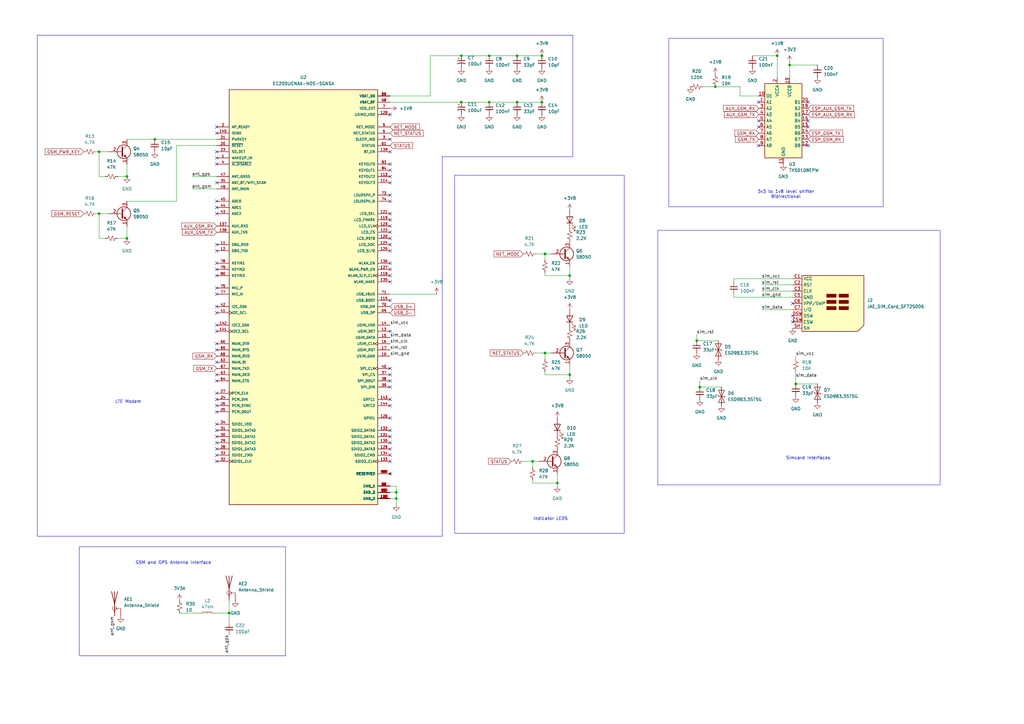
<source format=kicad_sch>
(kicad_sch (version 20231120) (generator "eeschema") (generator_version "8.0")
  (paper "A3")
  (lib_symbols
    (symbol "Connector:JAE_SIM_Card_SF72S006"
      (property "Reference" "J" (at 5.08 12.7 0))
      (property "Value" "JAE_SIM_Card_SF72S006" (at 30.48 12.7 0))
      (symbol "JAE_SIM_Card_SF72S006_1_1"
        (pin power_in line (at 0 10.16 0) (length 3.81) (name "VCC") (number "C1"))
        (pin input line (at 0 7.62 0) (length 3.81) (name "RST") (number "C2"))
        (pin input line (at 0 5.08 0) (length 3.81) (name "CLK") (number "C3"))
        (pin power_in line (at 0 2.54 0) (length 3.81) (name "GND") (number "C5"))
        (pin bidirectional line (at 0 0 0) (length 3.81) (name "VPP/SWP") (number "C6"))
        (pin bidirectional line (at 0 -2.54 0) (length 3.81) (name "I/O") (number "C7"))
        (pin passive line (at 0 -7.62 0) (length 3.81) (name "CSW") (number "CSW"))
        (pin passive line (at 0 -5.08 0) (length 3.81) (name "DSW") (number "DSW"))
        (pin passive line (at 0 -10.16 0) (length 3.81) (name "SH") (number "SH"))
      )
    )
    (symbol "Device:Antenna_Shield" (pin_numbers hide) (pin_names (offset 1.016) hide)
      (property "Reference" "AE" (at -1.905 4.445 0))
      (property "Value" "Antenna_Shield" (at -1.905 2.54 0))
      (symbol "Antenna_Shield_1_1"
        (pin input line (at 0 -5.08 90) (length 2.54) (name "A") (number "1"))
        (pin input line (at 2.54 -5.08 90) (length 2.54) (name "Shield") (number "2"))
      )
    )
    (symbol "Device:C_Polarized_Small_US" (pin_numbers hide) (pin_names (offset 0.254) hide)
      (property "Reference" "C" (at 0.254 1.778 0))
      (property "Value" "C_Polarized_Small_US" (at 0.254 -2.032 0))
      (symbol "C_Polarized_Small_US_1_1"
        (pin passive line (at 0 2.54 270) (length 2.032) (name "~") (number "1"))
        (pin passive line (at 0 -2.54 90) (length 2.032) (name "~") (number "2"))
      )
    )
    (symbol "Device:C_Small" (pin_numbers hide) (pin_names (offset 0.254) hide)
      (property "Reference" "C" (at 0.254 1.778 0))
      (property "Value" "C_Small" (at 0.254 -2.032 0))
      (symbol "C_Small_1_1"
        (pin passive line (at 0 2.54 270) (length 2.032) (name "~") (number "1"))
        (pin passive line (at 0 -2.54 90) (length 2.032) (name "~") (number "2"))
      )
    )
    (symbol "Device:LED" (pin_numbers hide) (pin_names (offset 1.016) hide)
      (property "Reference" "D" (at 0 2.54 0))
      (property "Value" "LED" (at 0 -2.54 0))
      (symbol "LED_1_1"
        (pin passive line (at -3.81 0 0) (length 2.54) (name "K") (number "1"))
        (pin passive line (at 3.81 0 180) (length 2.54) (name "A") (number "2"))
      )
    )
    (symbol "Device:L_Small" (pin_numbers hide) (pin_names (offset 0.254) hide)
      (property "Reference" "L" (at 0.762 1.016 0))
      (property "Value" "L_Small" (at 0.762 -1.016 0))
      (symbol "L_Small_1_1"
        (pin passive line (at 0 2.54 270) (length 0.508) (name "~") (number "1"))
        (pin passive line (at 0 -2.54 90) (length 0.508) (name "~") (number "2"))
      )
    )
    (symbol "Device:R_Small_US" (pin_numbers hide) (pin_names (offset 0.254) hide)
      (property "Reference" "R" (at 0.762 0.508 0))
      (property "Value" "R_Small_US" (at 0.762 -1.016 0))
      (symbol "R_Small_US_1_1"
        (pin passive line (at 0 2.54 270) (length 1.016) (name "~") (number "1"))
        (pin passive line (at 0 -2.54 90) (length 1.016) (name "~") (number "2"))
      )
    )
    (symbol "Diode:ESD9B3.3ST5G" (pin_numbers hide) (pin_names (offset 1.016) hide)
      (property "Reference" "D" (at 0 2.54 0))
      (property "Value" "ESD9B3.3ST5G" (at 0 -2.54 0))
      (symbol "ESD9B3.3ST5G_1_1"
        (pin passive line (at -3.81 0 0) (length 2.54) (name "A1") (number "1"))
        (pin passive line (at 3.81 0 180) (length 2.54) (name "A2") (number "2"))
      )
    )
    (symbol "EC200UCNAA-N05-SGNSA:EC200UCNAA-N05-SGNSA" (pin_names (offset 1.016))
      (property "Reference" "U" (at -30.48 87.63 0))
      (property "Value" "EC200UCNAA-N05-SGNSA" (at -30.48 -85.09 0))
      (symbol "EC200UCNAA-N05-SGNSA_0_0"
        (pin input line (at -35.56 58.42 0) (length 5.08) (name "WAKEUP_IN") (number "1"))
        (pin power_in line (at 35.56 -22.86 180) (length 5.08) (name "USIM_GND") (number "10"))
        (pin power_in line (at 35.56 -78.74 180) (length 5.08) (name "GND_2") (number "100"))
        (pin power_in line (at 35.56 -81.28 180) (length 5.08) (name "GND_3") (number "101"))
        (pin power_in line (at 35.56 -81.28 180) (length 5.08) (name "GND_3") (number "102"))
        (pin power_in line (at 35.56 -81.28 180) (length 5.08) (name "GND_3") (number "103"))
        (pin power_in line (at 35.56 -81.28 180) (length 5.08) (name "GND_3") (number "104"))
        (pin power_in line (at 35.56 -81.28 180) (length 5.08) (name "GND_3") (number "105"))
        (pin power_in line (at 35.56 -81.28 180) (length 5.08) (name "GND_3") (number "106"))
        (pin power_in line (at 35.56 -81.28 180) (length 5.08) (name "GND_3") (number "107"))
        (pin power_in line (at 35.56 -81.28 180) (length 5.08) (name "GND_3") (number "108"))
        (pin power_in line (at 35.56 -81.28 180) (length 5.08) (name "GND_3") (number "109"))
        (pin input line (at -35.56 22.86 0) (length 5.08) (name "DBG_RXD") (number "11"))
        (pin power_in line (at 35.56 -81.28 180) (length 5.08) (name "GND_3") (number "110"))
        (pin power_in line (at 35.56 -81.28 180) (length 5.08) (name "GND_3") (number "111"))
        (pin power_in line (at 35.56 -81.28 180) (length 5.08) (name "GND_3") (number "112"))
        (pin output line (at 35.56 50.8 180) (length 5.08) (name "KEYOUT2") (number "113"))
        (pin output line (at 35.56 48.26 180) (length 5.08) (name "KEYOUT3") (number "114"))
        (pin input line (at 35.56 0 180) (length 5.08) (name "USB_BOOT") (number "115"))
        (pin no_connect line (at 35.56 -71.12 180) (length 5.08) (name "RESERVED") (number "116"))
        (pin no_connect line (at 35.56 -71.12 180) (length 5.08) (name "RESERVED") (number "117"))
        (pin output clock (at 35.56 10.16 180) (length 5.08) (name "WLAN_SLP_CLK") (number "118"))
        (pin input line (at 35.56 33.02 180) (length 5.08) (name "LCD_FMARK") (number "119"))
        (pin output line (at -35.56 20.32 0) (length 5.08) (name "DBG_TXD") (number "12"))
        (pin output line (at 35.56 25.4 180) (length 5.08) (name "LCD_RSTB") (number "120"))
        (pin input line (at 35.56 35.56 180) (length 5.08) (name "LCD_SEL") (number "121"))
        (pin output line (at 35.56 27.94 180) (length 5.08) (name "LCD_CS") (number "122"))
        (pin output clock (at 35.56 30.48 180) (length 5.08) (name "LCD_CLK") (number "123"))
        (pin output line (at 35.56 22.86 180) (length 5.08) (name "LCD_SDC") (number "124"))
        (pin bidirectional line (at 35.56 20.32 180) (length 5.08) (name "LCD_SI/O") (number "125"))
        (pin bidirectional line (at 35.56 -48.26 180) (length 5.08) (name "GPIO1") (number "126"))
        (pin output line (at 35.56 12.7 180) (length 5.08) (name "WLAN_PWR_EN") (number "127"))
        (pin power_in line (at 35.56 76.2 180) (length 5.08) (name "USIM2_VDD") (number "128"))
        (pin bidirectional line (at 35.56 -60.96 180) (length 5.08) (name "SDIO2_DATA3") (number "129"))
        (pin input line (at 35.56 -12.7 180) (length 5.08) (name "USIM_DET") (number "13"))
        (pin bidirectional line (at 35.56 -58.42 180) (length 5.08) (name "SDIO2_DATA2") (number "130"))
        (pin bidirectional line (at 35.56 -55.88 180) (length 5.08) (name "SDIO2_DATA1") (number "131"))
        (pin bidirectional line (at 35.56 -53.34 180) (length 5.08) (name "SDIO2_DATA0") (number "132"))
        (pin output clock (at 35.56 -66.04 180) (length 5.08) (name "SDIO2_CLK") (number "133"))
        (pin output line (at 35.56 -63.5 180) (length 5.08) (name "SDIO2_CMD") (number "134"))
        (pin input line (at 35.56 7.62 180) (length 5.08) (name "WLAN_WAKE") (number "135"))
        (pin output line (at 35.56 15.24 180) (length 5.08) (name "WLAN_EN") (number "136"))
        (pin input line (at -35.56 30.48 0) (length 5.08) (name "AUX_RXD") (number "137"))
        (pin output line (at -35.56 27.94 0) (length 5.08) (name "AUX_TXD") (number "138"))
        (pin output line (at 35.56 60.96 180) (length 5.08) (name "BT_EN") (number "139"))
        (pin power_in line (at 35.56 -10.16 180) (length 5.08) (name "USIM_VDD") (number "14"))
        (pin input line (at -35.56 68.58 0) (length 5.08) (name "ISINK") (number "140"))
        (pin output clock (at -35.56 -12.7 0) (length 5.08) (name "I2C2_SCL") (number "141"))
        (pin bidirectional line (at -35.56 -10.16 0) (length 5.08) (name "I2C2_SDA") (number "142"))
        (pin output line (at 35.56 -40.64 180) (length 5.08) (name "GRFC1") (number "143"))
        (pin output line (at 35.56 -43.18 180) (length 5.08) (name "GRFC2") (number "144"))
        (pin bidirectional line (at 35.56 -15.24 180) (length 5.08) (name "USIM_DATA") (number "15"))
        (pin output clock (at 35.56 -17.78 180) (length 5.08) (name "USIM_CLK") (number "16"))
        (pin output line (at 35.56 -20.32 180) (length 5.08) (name "USIM_RST") (number "17"))
        (pin no_connect line (at 35.56 -71.12 180) (length 5.08) (name "RESERVED") (number "18"))
        (pin power_in line (at 35.56 -76.2 180) (length 5.08) (name "GND_1") (number "19"))
        (pin input line (at -35.56 71.12 0) (length 5.08) (name "AP_READY") (number "2"))
        (pin input line (at -35.56 63.5 0) (length 5.08) (name "~{RESET}") (number "20"))
        (pin input line (at -35.56 66.04 0) (length 5.08) (name "PWRKEY") (number "21"))
        (pin power_in line (at 35.56 -76.2 180) (length 5.08) (name "GND_1") (number "22"))
        (pin input line (at -35.56 60.96 0) (length 5.08) (name "SD_DET") (number "23"))
        (pin input line (at -35.56 -40.64 0) (length 5.08) (name "PCM_DIN") (number "24"))
        (pin output line (at -35.56 -45.72 0) (length 5.08) (name "PCM_DOUT") (number "25"))
        (pin input line (at -35.56 -43.18 0) (length 5.08) (name "PCM_SYNC") (number "26"))
        (pin input clock (at -35.56 -38.1 0) (length 5.08) (name "PCM_CLK") (number "27"))
        (pin bidirectional line (at -35.56 -60.96 0) (length 5.08) (name "SDIO1_DATA3") (number "28"))
        (pin bidirectional line (at -35.56 -58.42 0) (length 5.08) (name "SDIO1_DATA2") (number "29"))
        (pin output line (at 35.56 66.04 180) (length 5.08) (name "SLEEP_IND") (number "3"))
        (pin bidirectional line (at -35.56 -55.88 0) (length 5.08) (name "SDIO1_DATA1") (number "30"))
        (pin bidirectional line (at -35.56 -53.34 0) (length 5.08) (name "SDIO1_DATA0") (number "31"))
        (pin output clock (at -35.56 -66.04 0) (length 5.08) (name "SDIO1_CLK") (number "32"))
        (pin bidirectional line (at -35.56 -63.5 0) (length 5.08) (name "SDIO1_CMD") (number "33"))
        (pin power_in line (at -35.56 -50.8 0) (length 5.08) (name "SDIO1_VDD") (number "34"))
        (pin bidirectional line (at -35.56 48.26 0) (length 5.08) (name "ANT_BT/WIFI_SCAN") (number "35"))
        (pin power_in line (at 35.56 -76.2 180) (length 5.08) (name "GND_1") (number "36"))
        (pin output line (at 35.56 -30.48 180) (length 5.08) (name "SPI_CS") (number "37"))
        (pin output line (at 35.56 -33.02 180) (length 5.08) (name "SPI_DOUT") (number "38"))
        (pin input line (at 35.56 -35.56 180) (length 5.08) (name "SPI_DIN") (number "39"))
        (pin input line (at -35.56 55.88 0) (length 5.08) (name "~{W_DISABLE}") (number "4"))
        (pin output clock (at 35.56 -27.94 180) (length 5.08) (name "SPI_CLK") (number "40"))
        (pin output clock (at -35.56 -5.08 0) (length 5.08) (name "I2C_SCL") (number "41"))
        (pin bidirectional line (at -35.56 -2.54 0) (length 5.08) (name "I2C_SDA") (number "42"))
        (pin input line (at -35.56 35.56 0) (length 5.08) (name "ADC2") (number "43"))
        (pin input line (at -35.56 38.1 0) (length 5.08) (name "ADC1") (number "44"))
        (pin input line (at -35.56 40.64 0) (length 5.08) (name "ADC0") (number "45"))
        (pin power_in line (at 35.56 -76.2 180) (length 5.08) (name "GND_1") (number "46"))
        (pin input line (at -35.56 50.8 0) (length 5.08) (name "ANT_GNSS") (number "47"))
        (pin power_in line (at 35.56 -76.2 180) (length 5.08) (name "GND_1") (number "48"))
        (pin bidirectional line (at -35.56 45.72 0) (length 5.08) (name "ANT_MAIN") (number "49"))
        (pin output line (at 35.56 71.12 180) (length 5.08) (name "NET_MODE") (number "5"))
        (pin power_in line (at 35.56 -76.2 180) (length 5.08) (name "GND_1") (number "50"))
        (pin power_in line (at 35.56 -76.2 180) (length 5.08) (name "GND_1") (number "51"))
        (pin power_in line (at 35.56 -76.2 180) (length 5.08) (name "GND_1") (number "52"))
        (pin power_in line (at 35.56 -76.2 180) (length 5.08) (name "GND_1") (number "53"))
        (pin power_in line (at 35.56 -76.2 180) (length 5.08) (name "GND_1") (number "54"))
        (pin no_connect line (at 35.56 -71.12 180) (length 5.08) (name "RESERVED") (number "55"))
        (pin power_in line (at 35.56 -76.2 180) (length 5.08) (name "GND_1") (number "56"))
        (pin power_in line (at 35.56 81.28 180) (length 5.08) (name "VBAT_RF") (number "57"))
        (pin power_in line (at 35.56 81.28 180) (length 5.08) (name "VBAT_RF") (number "58"))
        (pin power_in line (at 35.56 83.82 180) (length 5.08) (name "VBAT_BB") (number "59"))
        (pin output line (at 35.56 68.58 180) (length 5.08) (name "NET_STATUS") (number "6"))
        (pin power_in line (at 35.56 83.82 180) (length 5.08) (name "VBAT_BB") (number "60"))
        (pin output line (at 35.56 63.5 180) (length 5.08) (name "STATUS") (number "61"))
        (pin output line (at -35.56 -25.4 0) (length 5.08) (name "MAIN_RI") (number "62"))
        (pin output line (at -35.56 -30.48 0) (length 5.08) (name "MAIN_DCD") (number "63"))
        (pin output line (at -35.56 -33.02 0) (length 5.08) (name "MAIN_CTS") (number "64"))
        (pin input line (at -35.56 -20.32 0) (length 5.08) (name "MAIN_RTS") (number "65"))
        (pin input line (at -35.56 -17.78 0) (length 5.08) (name "MAIN_DTR") (number "66"))
        (pin output line (at -35.56 -27.94 0) (length 5.08) (name "MAIN_TXD") (number "67"))
        (pin input line (at -35.56 -22.86 0) (length 5.08) (name "MAIN_RXD") (number "68"))
        (pin bidirectional line (at 35.56 -5.08 180) (length 5.08) (name "USB_DP") (number "69"))
        (pin power_in line (at 35.56 78.74 180) (length 5.08) (name "VDD_EXT") (number "7"))
        (pin bidirectional line (at 35.56 -2.54 180) (length 5.08) (name "USB_DM") (number "70"))
        (pin power_in line (at 35.56 2.54 180) (length 5.08) (name "USB_VBUS") (number "71"))
        (pin power_in line (at 35.56 -76.2 180) (length 5.08) (name "GND_1") (number "72"))
        (pin output line (at 35.56 43.18 180) (length 5.08) (name "LOUDSPK_P") (number "73"))
        (pin output line (at 35.56 40.64 180) (length 5.08) (name "LOUDSPK_N") (number "74"))
        (pin input line (at -35.56 5.08 0) (length 5.08) (name "MIC_P") (number "75"))
        (pin power_in line (at 35.56 -76.2 180) (length 5.08) (name "GND_1") (number "76"))
        (pin input line (at -35.56 2.54 0) (length 5.08) (name "MIC_N") (number "77"))
        (pin input line (at -35.56 15.24 0) (length 5.08) (name "KEYIN1") (number "78"))
        (pin input line (at -35.56 12.7 0) (length 5.08) (name "KEYIN2") (number "79"))
        (pin power_in line (at 35.56 -76.2 180) (length 5.08) (name "GND_1") (number "8"))
        (pin input line (at -35.56 10.16 0) (length 5.08) (name "KEYIN3") (number "80"))
        (pin no_connect line (at 35.56 -71.12 180) (length 5.08) (name "RESERVED") (number "81"))
        (pin no_connect line (at 35.56 -71.12 180) (length 5.08) (name "RESERVED") (number "82"))
        (pin output line (at 35.56 55.88 180) (length 5.08) (name "KEYOUT0") (number "83"))
        (pin output line (at 35.56 53.34 180) (length 5.08) (name "KEYOUT1") (number "84"))
        (pin power_in line (at 35.56 -78.74 180) (length 5.08) (name "GND_2") (number "85"))
        (pin power_in line (at 35.56 -78.74 180) (length 5.08) (name "GND_2") (number "86"))
        (pin power_in line (at 35.56 -78.74 180) (length 5.08) (name "GND_2") (number "87"))
        (pin power_in line (at 35.56 -78.74 180) (length 5.08) (name "GND_2") (number "88"))
        (pin power_in line (at 35.56 -78.74 180) (length 5.08) (name "GND_2") (number "89"))
        (pin power_in line (at 35.56 -76.2 180) (length 5.08) (name "GND_1") (number "9"))
        (pin power_in line (at 35.56 -78.74 180) (length 5.08) (name "GND_2") (number "90"))
        (pin power_in line (at 35.56 -78.74 180) (length 5.08) (name "GND_2") (number "91"))
        (pin power_in line (at 35.56 -78.74 180) (length 5.08) (name "GND_2") (number "92"))
        (pin power_in line (at 35.56 -78.74 180) (length 5.08) (name "GND_2") (number "93"))
        (pin power_in line (at 35.56 -78.74 180) (length 5.08) (name "GND_2") (number "94"))
        (pin power_in line (at 35.56 -78.74 180) (length 5.08) (name "GND_2") (number "95"))
        (pin power_in line (at 35.56 -78.74 180) (length 5.08) (name "GND_2") (number "96"))
        (pin power_in line (at 35.56 -78.74 180) (length 5.08) (name "GND_2") (number "97"))
        (pin power_in line (at 35.56 -78.74 180) (length 5.08) (name "GND_2") (number "98"))
        (pin power_in line (at 35.56 -78.74 180) (length 5.08) (name "GND_2") (number "99"))
      )
    )
    (symbol "Logic_LevelTranslator:TXS0108EPW"
      (property "Reference" "U" (at -6.35 16.51 0))
      (property "Value" "TXS0108EPW" (at 3.81 16.51 0))
      (symbol "TXS0108EPW_1_1"
        (pin bidirectional line (at -10.16 7.62 0) (length 2.54) (name "A1") (number "1"))
        (pin input line (at -10.16 10.16 0) (length 2.54) (name "OE") (number "10"))
        (pin power_in line (at 0 -17.78 90) (length 2.54) (name "GND") (number "11"))
        (pin bidirectional line (at 10.16 -10.16 180) (length 2.54) (name "B8") (number "12"))
        (pin bidirectional line (at 10.16 -7.62 180) (length 2.54) (name "B7") (number "13"))
        (pin bidirectional line (at 10.16 -5.08 180) (length 2.54) (name "B6") (number "14"))
        (pin bidirectional line (at 10.16 -2.54 180) (length 2.54) (name "B5") (number "15"))
        (pin bidirectional line (at 10.16 0 180) (length 2.54) (name "B4") (number "16"))
        (pin bidirectional line (at 10.16 2.54 180) (length 2.54) (name "B3") (number "17"))
        (pin bidirectional line (at 10.16 5.08 180) (length 2.54) (name "B2") (number "18"))
        (pin power_in line (at 2.54 17.78 270) (length 2.54) (name "VCCB") (number "19"))
        (pin power_in line (at -2.54 17.78 270) (length 2.54) (name "VCCA") (number "2"))
        (pin bidirectional line (at 10.16 7.62 180) (length 2.54) (name "B1") (number "20"))
        (pin bidirectional line (at -10.16 5.08 0) (length 2.54) (name "A2") (number "3"))
        (pin bidirectional line (at -10.16 2.54 0) (length 2.54) (name "A3") (number "4"))
        (pin bidirectional line (at -10.16 0 0) (length 2.54) (name "A4") (number "5"))
        (pin bidirectional line (at -10.16 -2.54 0) (length 2.54) (name "A5") (number "6"))
        (pin bidirectional line (at -10.16 -5.08 0) (length 2.54) (name "A6") (number "7"))
        (pin bidirectional line (at -10.16 -7.62 0) (length 2.54) (name "A7") (number "8"))
        (pin bidirectional line (at -10.16 -10.16 0) (length 2.54) (name "A8") (number "9"))
      )
    )
    (symbol "Transistor_BJT:S8050" (pin_names (offset 0) hide)
      (property "Reference" "Q" (at 5.08 1.905 0))
      (property "Value" "S8050" (at 5.08 0 0))
      (symbol "S8050_1_1"
        (pin passive line (at 2.54 -5.08 90) (length 2.54) (name "E") (number "1"))
        (pin input line (at -5.08 0 0) (length 5.08) (name "B") (number "2"))
        (pin passive line (at 2.54 5.08 270) (length 2.54) (name "C") (number "3"))
      )
    )
    (symbol "power:+1V8" (power) (pin_numbers hide) (pin_names (offset 0) hide)
      (property "Value" "+1V8" (at 0 3.556 0))
      (symbol "+1V8_1_1"
        (pin power_in line (at 0 0 90) (length 0) (name "~") (number "1"))
      )
    )
    (symbol "power:+3.3VA" (power) (pin_numbers hide) (pin_names (offset 0) hide)
      (property "Value" "+3.3VA" (at 0 3.556 0))
      (symbol "+3.3VA_1_1"
        (pin power_in line (at 0 0 90) (length 0) (name "~") (number "1"))
      )
    )
    (symbol "power:+3V3" (power) (pin_numbers hide) (pin_names (offset 0) hide)
      (property "Value" "+3V3" (at 0 3.556 0))
      (symbol "+3V3_1_1"
        (pin power_in line (at 0 0 90) (length 0) (name "~") (number "1"))
      )
    )
    (symbol "power:+3V8" (power) (pin_numbers hide) (pin_names (offset 0) hide)
      (property "Value" "+3V8" (at 0 3.556 0))
      (symbol "+3V8_1_1"
        (pin power_in line (at 0 0 90) (length 0) (name "~") (number "1"))
      )
    )
    (symbol "power:GND" (power) (pin_numbers hide) (pin_names (offset 0) hide)
      (property "Value" "GND" (at 0 -3.81 0))
      (symbol "GND_1_1"
        (pin power_in line (at 0 0 270) (length 0) (name "~") (number "1"))
      )
    )
  )
  (junction (at 293.37 35.56))
  (junction (at 93.98 251.46))
  (junction (at 218.44 189.23))
  (junction (at 162.56 201.93))
  (junction (at 285.75 139.7))
  (junction (at 162.56 204.47))
  (junction (at 287.02 158.75))
  (junction (at 52.07 97.79))
  (junction (at 326.39 157.48))
  (junction (at 233.68 113.03))
  (junction (at 323.85 26.67))
  (junction (at 233.68 153.67))
  (junction (at 222.25 41.91))
  (junction (at 228.6 198.12))
  (junction (at 40.64 87.63))
  (junction (at 212.09 41.91))
  (junction (at 318.77 22.86))
  (junction (at 63.5 57.15))
  (junction (at 52.07 72.39))
  (junction (at 189.23 41.91))
  (junction (at 189.23 22.86))
  (junction (at 212.09 22.86))
  (junction (at 223.52 144.78))
  (junction (at 40.64 62.23))
  (junction (at 200.66 41.91))
  (junction (at 222.25 22.86))
  (junction (at 200.66 22.86))
  (junction (at 223.52 104.14))
  (no_connect (at 88.9 52.07))
  (no_connect (at 160.02 62.23))
  (no_connect (at 88.9 153.67))
  (no_connect (at 160.02 158.75))
  (no_connect (at 325.12 132.08))
  (no_connect (at 160.02 113.03))
  (no_connect (at 88.9 140.97))
  (no_connect (at 160.02 171.45))
  (no_connect (at 160.02 102.87))
  (no_connect (at 88.9 189.23))
  (no_connect (at 88.9 176.53))
  (no_connect (at 88.9 62.23))
  (no_connect (at 88.9 125.73))
  (no_connect (at 160.02 100.33))
  (no_connect (at 160.02 156.21))
  (no_connect (at 88.9 54.61))
  (no_connect (at 160.02 97.79))
  (no_connect (at 160.02 107.95))
  (no_connect (at 88.9 102.87))
  (no_connect (at 88.9 87.63))
  (no_connect (at 160.02 179.07))
  (no_connect (at 160.02 92.71))
  (no_connect (at 160.02 69.85))
  (no_connect (at 88.9 133.35))
  (no_connect (at 88.9 113.03))
  (no_connect (at 160.02 151.13))
  (no_connect (at 88.9 148.59))
  (no_connect (at 88.9 82.55))
  (no_connect (at 160.02 74.93))
  (no_connect (at 160.02 163.83))
  (no_connect (at 88.9 110.49))
  (no_connect (at 88.9 184.15))
  (no_connect (at 88.9 186.69))
  (no_connect (at 160.02 153.67))
  (no_connect (at 160.02 72.39))
  (no_connect (at 331.47 41.91))
  (no_connect (at 88.9 156.21))
  (no_connect (at 88.9 120.65))
  (no_connect (at 160.02 57.15))
  (no_connect (at 88.9 74.93))
  (no_connect (at 160.02 123.19))
  (no_connect (at 88.9 64.77))
  (no_connect (at 88.9 100.33))
  (no_connect (at 160.02 67.31))
  (no_connect (at 160.02 176.53))
  (no_connect (at 160.02 181.61))
  (no_connect (at 331.47 59.69))
  (no_connect (at 160.02 82.55))
  (no_connect (at 88.9 163.83))
  (no_connect (at 160.02 135.89))
  (no_connect (at 331.47 49.53))
  (no_connect (at 88.9 67.31))
  (no_connect (at 88.9 85.09))
  (no_connect (at 88.9 173.99))
  (no_connect (at 325.12 124.46))
  (no_connect (at 160.02 46.99))
  (no_connect (at 160.02 95.25))
  (no_connect (at 88.9 143.51))
  (no_connect (at 160.02 80.01))
  (no_connect (at 160.02 184.15))
  (no_connect (at 311.15 52.07))
  (no_connect (at 160.02 186.69))
  (no_connect (at 88.9 168.91))
  (no_connect (at 160.02 115.57))
  (no_connect (at 88.9 161.29))
  (no_connect (at 311.15 41.91))
  (no_connect (at 160.02 87.63))
  (no_connect (at 160.02 189.23))
  (no_connect (at 311.15 49.53))
  (no_connect (at 88.9 118.11))
  (no_connect (at 88.9 128.27))
  (no_connect (at 88.9 166.37))
  (no_connect (at 331.47 52.07))
  (no_connect (at 88.9 179.07))
  (no_connect (at 160.02 110.49))
  (no_connect (at 325.12 129.54))
  (no_connect (at 88.9 135.89))
  (no_connect (at 160.02 166.37))
  (no_connect (at 88.9 107.95))
  (no_connect (at 88.9 181.61))
  (no_connect (at 311.15 59.69))
  (no_connect (at 160.02 90.17))
  (wire (pts (xy 176.53 39.37) (xy 176.53 22.86)))
  (wire (pts (xy 312.42 127) (xy 325.12 127)))
  (wire (pts (xy 285.75 137.16) (xy 285.75 139.7)))
  (polyline (pts (xy 15.24 14.478) (xy 15.24 219.964)))
  (wire (pts (xy 300.99 114.3) (xy 325.12 114.3)))
  (wire (pts (xy 219.71 104.14) (xy 223.52 104.14)))
  (wire (pts (xy 189.23 22.86) (xy 200.66 22.86)))
  (wire (pts (xy 162.56 204.47) (xy 162.56 207.01)))
  (wire (pts (xy 228.6 194.31) (xy 228.6 198.12)))
  (polyline (pts (xy 181.356 64.262) (xy 181.356 219.964)))
  (wire (pts (xy 72.39 82.55) (xy 72.39 59.69)))
  (wire (pts (xy 63.5 57.15) (xy 88.9 57.15)))
  (wire (pts (xy 48.26 72.39) (xy 52.07 72.39)))
  (wire (pts (xy 160.02 201.93) (xy 162.56 201.93)))
  (wire (pts (xy 218.44 196.85) (xy 218.44 198.12)))
  (wire (pts (xy 300.99 115.57) (xy 300.99 114.3)))
  (wire (pts (xy 308.61 22.86) (xy 318.77 22.86)))
  (wire (pts (xy 326.39 152.4) (xy 326.39 157.48)))
  (wire (pts (xy 78.74 72.39) (xy 88.9 72.39)))
  (wire (pts (xy 52.07 97.79) (xy 52.07 92.71)))
  (wire (pts (xy 218.44 198.12) (xy 228.6 198.12)))
  (wire (pts (xy 223.52 153.67) (xy 233.68 153.67)))
  (wire (pts (xy 223.52 113.03) (xy 233.68 113.03)))
  (wire (pts (xy 312.42 116.84) (xy 325.12 116.84)))
  (wire (pts (xy 223.52 104.14) (xy 226.06 104.14)))
  (wire (pts (xy 52.07 57.15) (xy 63.5 57.15)))
  (wire (pts (xy 87.63 251.46) (xy 93.98 251.46)))
  (wire (pts (xy 287.02 158.75) (xy 295.91 158.75)))
  (wire (pts (xy 160.02 39.37) (xy 176.53 39.37)))
  (wire (pts (xy 335.28 26.67) (xy 323.85 26.67)))
  (wire (pts (xy 318.77 22.86) (xy 318.77 31.75)))
  (wire (pts (xy 214.63 189.23) (xy 218.44 189.23)))
  (wire (pts (xy 40.64 62.23) (xy 44.45 62.23)))
  (wire (pts (xy 326.39 157.48) (xy 335.28 157.48)))
  (wire (pts (xy 285.75 139.7) (xy 294.64 139.7)))
  (wire (pts (xy 233.68 153.67) (xy 233.68 154.94)))
  (wire (pts (xy 300.99 120.65) (xy 300.99 121.92)))
  (wire (pts (xy 218.44 189.23) (xy 220.98 189.23)))
  (wire (pts (xy 162.56 199.39) (xy 162.56 201.93)))
  (wire (pts (xy 300.99 121.92) (xy 325.12 121.92)))
  (wire (pts (xy 287.02 156.21) (xy 287.02 158.75)))
  (wire (pts (xy 189.23 41.91) (xy 200.66 41.91)))
  (polyline (pts (xy 234.95 64.262) (xy 181.356 64.262)))
  (wire (pts (xy 160.02 120.65) (xy 179.07 120.65)))
  (wire (pts (xy 40.64 72.39) (xy 40.64 62.23)))
  (wire (pts (xy 40.64 87.63) (xy 44.45 87.63)))
  (wire (pts (xy 223.52 152.4) (xy 223.52 153.67)))
  (polyline (pts (xy 234.95 14.478) (xy 234.95 64.262)))
  (wire (pts (xy 160.02 199.39) (xy 162.56 199.39)))
  (polyline (pts (xy 181.356 219.964) (xy 15.24 219.964)))
  (wire (pts (xy 293.37 35.56) (xy 303.53 35.56)))
  (wire (pts (xy 160.02 41.91) (xy 189.23 41.91)))
  (wire (pts (xy 52.07 82.55) (xy 72.39 82.55)))
  (wire (pts (xy 176.53 22.86) (xy 189.23 22.86)))
  (wire (pts (xy 212.09 22.86) (xy 222.25 22.86)))
  (wire (pts (xy 219.71 144.78) (xy 223.52 144.78)))
  (wire (pts (xy 200.66 41.91) (xy 212.09 41.91)))
  (wire (pts (xy 223.52 144.78) (xy 226.06 144.78)))
  (wire (pts (xy 303.53 35.56) (xy 303.53 39.37)))
  (wire (pts (xy 48.26 97.79) (xy 52.07 97.79)))
  (wire (pts (xy 223.52 106.68) (xy 223.52 104.14)))
  (wire (pts (xy 323.85 25.4) (xy 323.85 26.67)))
  (wire (pts (xy 212.09 41.91) (xy 222.25 41.91)))
  (wire (pts (xy 52.07 72.39) (xy 52.07 67.31)))
  (wire (pts (xy 160.02 204.47) (xy 162.56 204.47)))
  (wire (pts (xy 218.44 191.77) (xy 218.44 189.23)))
  (wire (pts (xy 303.53 39.37) (xy 311.15 39.37)))
  (wire (pts (xy 93.98 251.46) (xy 93.98 255.27)))
  (wire (pts (xy 312.42 119.38) (xy 325.12 119.38)))
  (wire (pts (xy 223.52 147.32) (xy 223.52 144.78)))
  (wire (pts (xy 162.56 201.93) (xy 162.56 204.47)))
  (wire (pts (xy 39.37 62.23) (xy 40.64 62.23)))
  (wire (pts (xy 43.18 72.39) (xy 40.64 72.39)))
  (wire (pts (xy 233.68 113.03) (xy 233.68 114.3)))
  (wire (pts (xy 326.39 146.05) (xy 326.39 147.32)))
  (wire (pts (xy 233.68 149.86) (xy 233.68 153.67)))
  (wire (pts (xy 72.39 59.69) (xy 88.9 59.69)))
  (wire (pts (xy 43.18 97.79) (xy 40.64 97.79)))
  (wire (pts (xy 93.98 246.38) (xy 93.98 251.46)))
  (wire (pts (xy 233.68 109.22) (xy 233.68 113.03)))
  (wire (pts (xy 200.66 22.86) (xy 212.09 22.86)))
  (wire (pts (xy 323.85 26.67) (xy 323.85 31.75)))
  (polyline (pts (xy 15.24 14.478) (xy 234.95 14.478)))
  (wire (pts (xy 39.37 87.63) (xy 40.64 87.63)))
  (wire (pts (xy 78.74 77.47) (xy 88.9 77.47)))
  (wire (pts (xy 288.29 35.56) (xy 293.37 35.56)))
  (wire (pts (xy 40.64 97.79) (xy 40.64 87.63)))
  (wire (pts (xy 228.6 198.12) (xy 228.6 199.39)))
  (wire (pts (xy 223.52 111.76) (xy 223.52 113.03)))
  (wire (pts (xy 73.66 251.46) (xy 82.55 251.46)))
  (rectangle (start 32.512 224.282) (end 117.094 268.986))
  (rectangle (start 186.436 71.882) (end 256.032 218.694))
  (rectangle (start 269.748 94.488) (end 385.572 198.882))
  (rectangle (start 274.32 15.748) (end 362.204 84.836))
  (text "LTE Modem" (at 52.578 164.846 0) (effects (font (size 1.27 1.27))))
  (text "Simcard Interfaces" (at 331.47 187.96 0) (effects (font (size 1.27 1.27))))
  (text "GSM and GPS Antenna Interface" (at 71.12 230.886 0) (effects (font (size 1.27 1.27))))
  (text "Indicator LEDS" (at 225.806 212.852 0) (effects (font (size 1.27 1.27))))
  (text "3v3 to 1v8 level shifter\nBidirectional" (at 322.326 79.756 0) (effects (font (size 1.27 1.27))))
  (label "ant_gps" (at 78.74 72.39 0))
  (label "sim_clk" (at 160.02 140.97 0))
  (label "sim_gnd" (at 312.42 121.92 0))
  (label "ant_gsm" (at 78.74 77.47 0))
  (label "sim_data" (at 312.42 127 0))
  (label "sim_clk" (at 312.42 119.38 0))
  (label "ant_gps" (at 93.98 260.35 270))
  (label "sim_gnd" (at 160.02 146.05 0))
  (label "sim_clk" (at 287.02 156.21 0))
  (label "sim_vcc" (at 312.42 114.3 0))
  (label "sim_rst" (at 160.02 143.51 0))
  (label "sim_vcc" (at 160.02 133.35 0))
  (label "sim_rst" (at 285.75 137.16 0))
  (label "sim_rst" (at 312.42 116.84 0))
  (label "sim_data" (at 160.02 138.43 0))
  (label "sim_vcc" (at 326.39 146.05 0))
  (label "sim_data" (at 326.39 154.94 0))
  (label "ant_gsm" (at 46.99 252.73 270))
  (global_label "ESP_GSM_TX" (shape input) (at 331.47 54.61 0) (property "Intersheetrefs" "${INTERSHEET_REFS}" (effects (hide yes))))
  (global_label "USB_D-" (shape input) (at 160.02 128.27 0) (property "Intersheetrefs" "${INTERSHEET_REFS}" (effects (hide yes))))
  (global_label "NET_MODE" (shape input) (at 214.63 104.14 180) (property "Intersheetrefs" "${INTERSHEET_REFS}" (effects (hide yes))))
  (global_label "STATUS" (shape input) (at 209.55 189.23 180) (property "Intersheetrefs" "${INTERSHEET_REFS}" (effects (hide yes))))
  (global_label "GSM_RX" (shape input) (at 88.9 146.05 180) (property "Intersheetrefs" "${INTERSHEET_REFS}" (effects (hide yes))))
  (global_label "ESP_AUX_GSM_TX" (shape input) (at 331.47 44.45 0) (property "Intersheetrefs" "${INTERSHEET_REFS}" (effects (hide yes))))
  (global_label "GSM_RESET" (shape input) (at 34.29 87.63 180) (property "Intersheetrefs" "${INTERSHEET_REFS}" (effects (hide yes))))
  (global_label "AUX_GSM_TX" (shape input) (at 88.9 95.25 180) (property "Intersheetrefs" "${INTERSHEET_REFS}" (effects (hide yes))))
  (global_label "AUX_GSM_TX" (shape input) (at 311.15 46.99 180) (property "Intersheetrefs" "${INTERSHEET_REFS}" (effects (hide yes))))
  (global_label "GSM_TX" (shape input) (at 88.9 151.13 180) (property "Intersheetrefs" "${INTERSHEET_REFS}" (effects (hide yes))))
  (global_label "GSM_RX" (shape input) (at 311.15 54.61 180) (property "Intersheetrefs" "${INTERSHEET_REFS}" (effects (hide yes))))
  (global_label "GSM_TX" (shape input) (at 311.15 57.15 180) (property "Intersheetrefs" "${INTERSHEET_REFS}" (effects (hide yes))))
  (global_label "AUX_GSM_RX" (shape input) (at 311.15 44.45 180) (property "Intersheetrefs" "${INTERSHEET_REFS}" (effects (hide yes))))
  (global_label "NET_STATUS" (shape input) (at 214.63 144.78 180) (property "Intersheetrefs" "${INTERSHEET_REFS}" (effects (hide yes))))
  (global_label "USB_D+" (shape input) (at 160.02 125.73 0) (property "Intersheetrefs" "${INTERSHEET_REFS}" (effects (hide yes))))
  (global_label "NET_STATUS" (shape input) (at 160.02 54.61 0) (property "Intersheetrefs" "${INTERSHEET_REFS}" (effects (hide yes))))
  (global_label "ESP_AUX_GSM_RX" (shape input) (at 331.47 46.99 0) (property "Intersheetrefs" "${INTERSHEET_REFS}" (effects (hide yes))))
  (global_label "AUX_GSM_RX" (shape input) (at 88.9 92.71 180) (property "Intersheetrefs" "${INTERSHEET_REFS}" (effects (hide yes))))
  (global_label "NET_MODE" (shape input) (at 160.02 52.07 0) (property "Intersheetrefs" "${INTERSHEET_REFS}" (effects (hide yes))))
  (global_label "ESP_GSM_RX" (shape input) (at 331.47 57.15 0) (property "Intersheetrefs" "${INTERSHEET_REFS}" (effects (hide yes))))
  (global_label "STATUS" (shape input) (at 160.02 59.69 0) (property "Intersheetrefs" "${INTERSHEET_REFS}" (effects (hide yes))))
  (global_label "GSM_PWR_KEY" (shape input) (at 34.29 62.23 180) (property "Intersheetrefs" "${INTERSHEET_REFS}" (effects (hide yes))))
  (symbol (lib_id "Device:C_Small") (at 222.25 44.45 0) (unit 1)
    (property "Reference" "C14" (at 224.79 43.1862 0) (effects (justify left)))
    (property "Value" "10pF" (at 224.79 45.7262 0) (effects (justify left)))
    (property "Description" "Unpolarized capacitor, small symbol" (effects (hide yes)))
  )
  (symbol (lib_id "power:GND") (at 294.64 147.32 0) (unit 1)
    (property "Reference" "#PWR040" (effects (hide yes)))
    (property "Value" "GND" (at 294.64 152.4 0))
    (property "Description" "Power symbol creates a global label with name \"GND\" , ground" (effects (hide yes)))
  )
  (symbol (lib_id "power:GND") (at 162.56 207.01 0) (unit 1)
    (property "Reference" "#PWR034" (effects (hide yes)))
    (property "Value" "GND" (at 162.56 212.09 0))
    (property "Description" "Power symbol creates a global label with name \"GND\" , ground" (effects (hide yes)))
  )
  (symbol (lib_id "Device:LED") (at 233.68 130.81 90) (unit 1)
    (property "Reference" "D9" (at 237.49 131.1274 90) (effects (justify right)))
    (property "Value" "LED" (at 237.49 133.6674 90) (effects (justify right)))
    (property "Description" "Light emitting diode" (effects (hide yes)))
  )
  (symbol (lib_id "Device:R_Small_US") (at 326.39 149.86 0) (unit 1)
    (property "Reference" "R18" (at 328.93 148.5899 0) (effects (justify left)))
    (property "Value" "10K" (at 328.93 151.1299 0) (effects (justify left)))
    (property "Description" "Resistor, small US symbol" (effects (hide yes)))
  )
  (symbol (lib_id "Transistor_BJT:S8050") (at 231.14 104.14 0) (unit 1)
    (property "Reference" "Q6" (at 236.22 102.8699 0) (effects (justify left)))
    (property "Value" "S8050" (at 236.22 105.4099 0) (effects (justify left)))
    (property "Footprint" "Package_TO_SOT_THT:TO-92_Inline" (effects (hide yes)))
    (property "Datasheet" "http://www.unisonic.com.tw/datasheet/S8050.pdf" (effects (hide yes)))
    (property "Description" "0.7A Ic, 20V Vce, Low Voltage High Current NPN Transistor, TO-92" (effects (hide yes)))
  )
  (symbol (lib_id "power:GND") (at 52.07 97.79 0) (unit 1)
    (property "Reference" "#PWR037" (effects (hide yes)))
    (property "Value" "GND" (at 52.07 102.87 0))
    (property "Description" "Power symbol creates a global label with name \"GND\" , ground" (effects (hide yes)))
  )
  (symbol (lib_id "power:+3V8") (at 233.68 127 0) (unit 1)
    (property "Reference" "#PWR056" (effects (hide yes)))
    (property "Value" "+3V8" (at 233.68 121.92 0))
    (property "Description" "Power symbol creates a global label with name \"+3V8\"" (effects (hide yes)))
  )
  (symbol (lib_id "Device:C_Small") (at 200.66 25.4 0) (unit 1)
    (property "Reference" "C8" (at 203.2 24.1362 0) (effects (justify left)))
    (property "Value" "100nF" (at 203.2 26.6762 0) (effects (justify left)))
    (property "Description" "Unpolarized capacitor, small symbol" (effects (hide yes)))
  )
  (symbol (lib_id "power:GND") (at 233.68 154.94 0) (unit 1)
    (property "Reference" "#PWR057" (effects (hide yes)))
    (property "Value" "GND" (at 233.68 160.02 0))
    (property "Description" "Power symbol creates a global label with name \"GND\" , ground" (effects (hide yes)))
  )
  (symbol (lib_id "Device:R_Small_US") (at 223.52 149.86 0) (unit 1)
    (property "Reference" "R25" (at 226.06 148.5899 0) (effects (justify left)))
    (property "Value" "47K" (at 226.06 151.1299 0) (effects (justify left)))
    (property "Description" "Resistor, small US symbol" (effects (hide yes)))
  )
  (symbol (lib_id "Device:C_Small") (at 335.28 29.21 0) (unit 1)
    (property "Reference" "C20" (at 337.82 27.9462 0) (effects (justify left)))
    (property "Value" "100nF" (at 337.82 30.4862 0) (effects (justify left)))
    (property "Description" "Unpolarized capacitor, small symbol" (effects (hide yes)))
  )
  (symbol (lib_id "power:GND") (at 287.02 163.83 0) (unit 1)
    (property "Reference" "#PWR041" (effects (hide yes)))
    (property "Value" "GND" (at 287.02 168.91 0))
    (property "Description" "Power symbol creates a global label with name \"GND\" , ground" (effects (hide yes)))
  )
  (symbol (lib_id "power:GND") (at 200.66 46.99 0) (unit 1)
    (property "Reference" "#PWR031" (effects (hide yes)))
    (property "Value" "GND" (at 200.66 52.07 0))
    (property "Description" "Power symbol creates a global label with name \"GND\" , ground" (effects (hide yes)))
  )
  (symbol (lib_id "Device:R_Small_US") (at 36.83 87.63 90) (unit 1)
    (property "Reference" "R16" (at 36.83 81.28 90))
    (property "Value" "4.7K" (at 36.83 83.82 90))
    (property "Description" "Resistor, small US symbol" (effects (hide yes)))
  )
  (symbol (lib_id "Device:C_Small") (at 212.09 44.45 0) (unit 1)
    (property "Reference" "C13" (at 214.63 43.1862 0) (effects (justify left)))
    (property "Value" "33pF" (at 214.63 45.7262 0) (effects (justify left)))
    (property "Description" "Unpolarized capacitor, small symbol" (effects (hide yes)))
  )
  (symbol (lib_id "power:GND") (at 222.25 46.99 0) (unit 1)
    (property "Reference" "#PWR033" (effects (hide yes)))
    (property "Value" "GND" (at 222.25 52.07 0))
    (property "Description" "Power symbol creates a global label with name \"GND\" , ground" (effects (hide yes)))
  )
  (symbol (lib_id "Device:C_Small") (at 212.09 25.4 0) (unit 1)
    (property "Reference" "C9" (at 214.63 24.1362 0) (effects (justify left)))
    (property "Value" "33pF" (at 214.63 26.6762 0) (effects (justify left)))
    (property "Description" "Unpolarized capacitor, small symbol" (effects (hide yes)))
  )
  (symbol (lib_id "power:GND") (at 189.23 27.94 0) (unit 1)
    (property "Reference" "#PWR029" (effects (hide yes)))
    (property "Value" "GND" (at 189.23 33.02 0))
    (property "Description" "Power symbol creates a global label with name \"GND\" , ground" (effects (hide yes)))
  )
  (symbol (lib_id "Device:LED") (at 228.6 175.26 90) (unit 1)
    (property "Reference" "D10" (at 232.41 175.5774 90) (effects (justify right)))
    (property "Value" "LED" (at 232.41 178.1174 90) (effects (justify right)))
    (property "Description" "Light emitting diode" (effects (hide yes)))
  )
  (symbol (lib_id "power:+3V8") (at 179.07 120.65 0) (unit 1)
    (property "Reference" "#PWR045" (effects (hide yes)))
    (property "Value" "+3V8" (at 179.07 115.57 0))
    (property "Description" "Power symbol creates a global label with name \"+3V8\"" (effects (hide yes)))
  )
  (symbol (lib_id "Device:R_Small_US") (at 293.37 33.02 0) (unit 1)
    (property "Reference" "R19" (at 295.91 31.7499 0) (effects (justify left)))
    (property "Value" "10K" (at 295.91 34.2899 0) (effects (justify left)))
    (property "Description" "Resistor, small US symbol" (effects (hide yes)))
  )
  (symbol (lib_id "Device:C_Small") (at 300.99 118.11 0) (unit 1)
    (property "Reference" "C16" (at 303.53 116.8462 0) (effects (justify left)))
    (property "Value" "100nF" (at 303.53 119.3862 0) (effects (justify left)))
    (property "Description" "Unpolarized capacitor, small symbol" (effects (hide yes)))
  )
  (symbol (lib_id "Device:C_Small") (at 63.5 59.69 0) (unit 1)
    (property "Reference" "C15" (at 66.04 58.4262 0) (effects (justify left)))
    (property "Value" "10pF" (at 66.04 60.9662 0) (effects (justify left)))
    (property "Description" "Unpolarized capacitor, small symbol" (effects (hide yes)))
  )
  (symbol (lib_id "Device:C_Small") (at 93.98 257.81 0) (unit 1)
    (property "Reference" "C22" (at 96.52 256.5462 0) (effects (justify left)))
    (property "Value" "100pF" (at 96.52 259.0862 0) (effects (justify left)))
    (property "Description" "Unpolarized capacitor, small symbol" (effects (hide yes)))
  )
  (symbol (lib_id "Device:R_Small_US") (at 233.68 96.52 0) (unit 1)
    (property "Reference" "R23" (at 236.22 95.2499 0) (effects (justify left)))
    (property "Value" "2.2K" (at 236.22 97.7899 0) (effects (justify left)))
    (property "Description" "Resistor, small US symbol" (effects (hide yes)))
  )
  (symbol (lib_id "power:GND") (at 325.12 134.62 0) (unit 1)
    (property "Reference" "#PWR038" (effects (hide yes)))
    (property "Value" "GND" (at 325.12 139.7 0))
    (property "Description" "Power symbol creates a global label with name \"GND\" , ground" (effects (hide yes)))
  )
  (symbol (lib_id "power:GND") (at 222.25 27.94 0) (unit 1)
    (property "Reference" "#PWR026" (effects (hide yes)))
    (property "Value" "GND" (at 222.25 33.02 0))
    (property "Description" "Power symbol creates a global label with name \"GND\" , ground" (effects (hide yes)))
  )
  (symbol (lib_id "Device:C_Small") (at 287.02 161.29 0) (unit 1)
    (property "Reference" "C18" (at 289.56 160.0262 0) (effects (justify left)))
    (property "Value" "33pF" (at 289.56 162.5662 0) (effects (justify left)))
    (property "Description" "Unpolarized capacitor, small symbol" (effects (hide yes)))
  )
  (symbol (lib_id "Device:R_Small_US") (at 212.09 189.23 90) (unit 1)
    (property "Reference" "R27" (at 212.09 182.88 90))
    (property "Value" "4.7K" (at 212.09 185.42 90))
    (property "Description" "Resistor, small US symbol" (effects (hide yes)))
  )
  (symbol (lib_id "Transistor_BJT:S8050") (at 226.06 189.23 0) (unit 1)
    (property "Reference" "Q8" (at 231.14 187.9599 0) (effects (justify left)))
    (property "Value" "S8050" (at 231.14 190.4999 0) (effects (justify left)))
    (property "Footprint" "Package_TO_SOT_THT:TO-92_Inline" (effects (hide yes)))
    (property "Datasheet" "http://www.unisonic.com.tw/datasheet/S8050.pdf" (effects (hide yes)))
    (property "Description" "0.7A Ic, 20V Vce, Low Voltage High Current NPN Transistor, TO-92" (effects (hide yes)))
  )
  (symbol (lib_id "power:GND") (at 308.61 27.94 0) (unit 1)
    (property "Reference" "#PWR049" (effects (hide yes)))
    (property "Value" "GND" (at 308.61 33.02 0))
    (property "Description" "Power symbol creates a global label with name \"GND\" , ground" (effects (hide yes)))
  )
  (symbol (lib_id "Device:C_Polarized_Small_US") (at 189.23 25.4 0) (unit 1)
    (property "Reference" "C7" (at 191.77 23.6981 0) (effects (justify left)))
    (property "Value" "100uF" (at 191.77 26.2381 0) (effects (justify left)))
    (property "Description" "Polarized capacitor, small US symbol" (effects (hide yes)))
  )
  (symbol (lib_id "power:GND") (at 52.07 72.39 0) (unit 1)
    (property "Reference" "#PWR035" (effects (hide yes)))
    (property "Value" "GND" (at 52.07 77.47 0))
    (property "Description" "Power symbol creates a global label with name \"GND\" , ground" (effects (hide yes)))
  )
  (symbol (lib_id "Device:R_Small_US") (at 36.83 62.23 90) (unit 1)
    (property "Reference" "R13" (at 36.83 55.88 90))
    (property "Value" "4.7K" (at 36.83 58.42 90))
    (property "Description" "Resistor, small US symbol" (effects (hide yes)))
  )
  (symbol (lib_id "Transistor_BJT:S8050") (at 49.53 87.63 0) (unit 1)
    (property "Reference" "Q5" (at 54.61 86.3599 0) (effects (justify left)))
    (property "Value" "S8050" (at 54.61 88.8999 0) (effects (justify left)))
    (property "Footprint" "Package_TO_SOT_THT:TO-92_Inline" (effects (hide yes)))
    (property "Datasheet" "http://www.unisonic.com.tw/datasheet/S8050.pdf" (effects (hide yes)))
    (property "Description" "0.7A Ic, 20V Vce, Low Voltage High Current NPN Transistor, TO-92" (effects (hide yes)))
  )
  (symbol (lib_id "Device:R_Small_US") (at 73.66 248.92 0) (unit 1)
    (property "Reference" "R30" (at 76.2 247.6499 0) (effects (justify left)))
    (property "Value" "10" (at 76.2 250.1899 0) (effects (justify left)))
    (property "Description" "Resistor, small US symbol" (effects (hide yes)))
  )
  (symbol (lib_id "Device:R_Small_US") (at 218.44 194.31 0) (unit 1)
    (property "Reference" "R28" (at 220.98 193.0399 0) (effects (justify left)))
    (property "Value" "47K" (at 220.98 195.5799 0) (effects (justify left)))
    (property "Description" "Resistor, small US symbol" (effects (hide yes)))
  )
  (symbol (lib_id "power:+1V8") (at 293.37 30.48 0) (unit 1)
    (property "Reference" "#PWR052" (effects (hide yes)))
    (property "Value" "+1V8" (at 293.37 25.4 0))
    (property "Description" "Power symbol creates a global label with name \"+1V8\"" (effects (hide yes)))
  )
  (symbol (lib_id "power:GND") (at 283.21 35.56 0) (unit 1)
    (property "Reference" "#PWR053" (effects (hide yes)))
    (property "Value" "GND" (at 283.21 40.64 0))
    (property "Description" "Power symbol creates a global label with name \"GND\" , ground" (effects (hide yes)))
  )
  (symbol (lib_id "power:GND") (at 326.39 162.56 0) (unit 1)
    (property "Reference" "#PWR043" (effects (hide yes)))
    (property "Value" "GND" (at 326.39 167.64 0))
    (property "Description" "Power symbol creates a global label with name \"GND\" , ground" (effects (hide yes)))
  )
  (symbol (lib_id "Transistor_BJT:S8050") (at 231.14 144.78 0) (unit 1)
    (property "Reference" "Q7" (at 236.22 143.5099 0) (effects (justify left)))
    (property "Value" "S8050" (at 236.22 146.0499 0) (effects (justify left)))
    (property "Footprint" "Package_TO_SOT_THT:TO-92_Inline" (effects (hide yes)))
    (property "Datasheet" "http://www.unisonic.com.tw/datasheet/S8050.pdf" (effects (hide yes)))
    (property "Description" "0.7A Ic, 20V Vce, Low Voltage High Current NPN Transistor, TO-92" (effects (hide yes)))
  )
  (symbol (lib_id "power:GND") (at 212.09 27.94 0) (unit 1)
    (property "Reference" "#PWR027" (effects (hide yes)))
    (property "Value" "GND" (at 212.09 33.02 0))
    (property "Description" "Power symbol creates a global label with name \"GND\" , ground" (effects (hide yes)))
  )
  (symbol (lib_id "Device:R_Small_US") (at 217.17 104.14 90) (unit 1)
    (property "Reference" "R21" (at 217.17 97.79 90))
    (property "Value" "4.7K" (at 217.17 100.33 90))
    (property "Description" "Resistor, small US symbol" (effects (hide yes)))
  )
  (symbol (lib_id "Device:C_Small") (at 285.75 142.24 0) (unit 1)
    (property "Reference" "C17" (at 288.29 140.9762 0) (effects (justify left)))
    (property "Value" "33pF" (at 288.29 143.5162 0) (effects (justify left)))
    (property "Description" "Unpolarized capacitor, small symbol" (effects (hide yes)))
  )
  (symbol (lib_id "Device:LED") (at 233.68 90.17 90) (unit 1)
    (property "Reference" "D8" (at 237.49 90.4874 90) (effects (justify right)))
    (property "Value" "LED" (at 237.49 93.0274 90) (effects (justify right)))
    (property "Description" "Light emitting diode" (effects (hide yes)))
  )
  (symbol (lib_id "power:GND") (at 49.53 252.73 0) (unit 1)
    (property "Reference" "#PWR060" (effects (hide yes)))
    (property "Value" "GND" (at 49.53 257.81 0))
    (property "Description" "Power symbol creates a global label with name \"GND\" , ground" (effects (hide yes)))
  )
  (symbol (lib_id "Device:R_Small_US") (at 223.52 109.22 0) (unit 1)
    (property "Reference" "R22" (at 226.06 107.9499 0) (effects (justify left)))
    (property "Value" "47K" (at 226.06 110.4899 0) (effects (justify left)))
    (property "Description" "Resistor, small US symbol" (effects (hide yes)))
  )
  (symbol (lib_id "power:GND") (at 321.31 67.31 0) (unit 1)
    (property "Reference" "#PWR048" (effects (hide yes)))
    (property "Value" "GND" (at 321.31 72.39 0))
    (property "Description" "Power symbol creates a global label with name \"GND\" , ground" (effects (hide yes)))
  )
  (symbol (lib_id "Device:R_Small_US") (at 233.68 137.16 0) (unit 1)
    (property "Reference" "R26" (at 236.22 135.8899 0) (effects (justify left)))
    (property "Value" "2.2K" (at 236.22 138.4299 0) (effects (justify left)))
    (property "Description" "Resistor, small US symbol" (effects (hide yes)))
  )
  (symbol (lib_id "power:GND") (at 295.91 166.37 0) (unit 1)
    (property "Reference" "#PWR042" (effects (hide yes)))
    (property "Value" "GND" (at 295.91 171.45 0))
    (property "Description" "Power symbol creates a global label with name \"GND\" , ground" (effects (hide yes)))
  )
  (symbol (lib_id "Device:C_Small") (at 222.25 25.4 0) (unit 1)
    (property "Reference" "C10" (at 224.79 24.1362 0) (effects (justify left)))
    (property "Value" "10pF" (at 224.79 26.6762 0) (effects (justify left)))
    (property "Description" "Unpolarized capacitor, small symbol" (effects (hide yes)))
  )
  (symbol (lib_id "power:+3V8") (at 228.6 171.45 0) (unit 1)
    (property "Reference" "#PWR058" (effects (hide yes)))
    (property "Value" "+3V8" (at 228.6 166.37 0))
    (property "Description" "Power symbol creates a global label with name \"+3V8\"" (effects (hide yes)))
  )
  (symbol (lib_id "Device:C_Small") (at 326.39 160.02 0) (unit 1)
    (property "Reference" "C19" (at 328.93 158.7562 0) (effects (justify left)))
    (property "Value" "33pF" (at 328.93 161.2962 0) (effects (justify left)))
    (property "Description" "Unpolarized capacitor, small symbol" (effects (hide yes)))
  )
  (symbol (lib_id "Device:R_Small_US") (at 217.17 144.78 90) (unit 1)
    (property "Reference" "R24" (at 217.17 138.43 90))
    (property "Value" "4.7K" (at 217.17 140.97 90))
    (property "Description" "Resistor, small US symbol" (effects (hide yes)))
  )
  (symbol (lib_id "power:+3V8") (at 233.68 86.36 0) (unit 1)
    (property "Reference" "#PWR054" (effects (hide yes)))
    (property "Value" "+3V8" (at 233.68 81.28 0))
    (property "Description" "Power symbol creates a global label with name \"+3V8\"" (effects (hide yes)))
  )
  (symbol (lib_id "Diode:ESD9B3.3ST5G") (at 294.64 143.51 90) (unit 1)
    (property "Reference" "D5" (at 297.18 142.2399 90) (effects (justify right)))
    (property "Value" "ESD9B3.3ST5G" (at 297.18 144.7799 90) (effects (justify right)))
    (property "Footprint" "Diode_SMD:D_SOD-923" (effects (hide yes)))
    (property "Datasheet" "https://www.onsemi.com/pub/Collateral/ESD9B-D.PDF" (effects (hide yes)))
    (property "Description" "ESD protection diode, 3.3Vrwm, SOD-923" (effects (hide yes)))
  )
  (symbol (lib_id "Logic_LevelTranslator:TXS0108EPW") (at 321.31 49.53 0) (unit 1)
    (property "Reference" "U3" (at 323.5041 67.31 0) (effects (justify left)))
    (property "Value" "TXS0108EPW" (at 323.5041 69.85 0) (effects (justify left)))
    (property "Footprint" "Package_SO:TSSOP-20_4.4x6.5mm_P0.65mm" (effects (hide yes)))
    (property "Datasheet" "www.ti.com/lit/ds/symlink/txs0108e.pdf" (effects (hide yes)))
    (property "Description" "Bidirectional  level-shifting voltage translator, TSSOP-20" (effects (hide yes)))
  )
  (symbol (lib_id "power:+3V8") (at 222.25 41.91 0) (unit 1)
    (property "Reference" "#PWR025" (effects (hide yes)))
    (property "Value" "+3V8" (at 222.25 36.83 0))
    (property "Description" "Power symbol creates a global label with name \"+3V8\"" (effects (hide yes)))
  )
  (symbol (lib_id "Device:L_Small") (at 85.09 251.46 90) (unit 1)
    (property "Reference" "L2" (at 85.09 246.38 90))
    (property "Value" "47nH" (at 85.09 248.92 90))
    (property "Description" "Inductor, small symbol" (effects (hide yes)))
  )
  (symbol (lib_id "power:GND") (at 335.28 165.1 0) (unit 1)
    (property "Reference" "#PWR044" (effects (hide yes)))
    (property "Value" "GND" (at 335.28 170.18 0))
    (property "Description" "Power symbol creates a global label with name \"GND\" , ground" (effects (hide yes)))
  )
  (symbol (lib_id "power:GND") (at 233.68 114.3 0) (unit 1)
    (property "Reference" "#PWR055" (effects (hide yes)))
    (property "Value" "GND" (at 233.68 119.38 0))
    (property "Description" "Power symbol creates a global label with name \"GND\" , ground" (effects (hide yes)))
  )
  (symbol (lib_id "power:+3V8") (at 222.25 22.86 0) (unit 1)
    (property "Reference" "#PWR024" (effects (hide yes)))
    (property "Value" "+3V8" (at 222.25 17.78 0))
    (property "Description" "Power symbol creates a global label with name \"+3V8\"" (effects (hide yes)))
  )
  (symbol (lib_id "power:GND") (at 285.75 144.78 0) (unit 1)
    (property "Reference" "#PWR039" (effects (hide yes)))
    (property "Value" "GND" (at 285.75 149.86 0))
    (property "Description" "Power symbol creates a global label with name \"GND\" , ground" (effects (hide yes)))
  )
  (symbol (lib_id "power:+1V8") (at 318.77 22.86 0) (unit 1)
    (property "Reference" "#PWR050" (effects (hide yes)))
    (property "Value" "+1V8" (at 318.77 17.78 0))
    (property "Description" "Power symbol creates a global label with name \"+1V8\"" (effects (hide yes)))
  )
  (symbol (lib_id "Device:C_Polarized_Small_US") (at 189.23 44.45 0) (unit 1)
    (property "Reference" "C11" (at 191.77 42.7481 0) (effects (justify left)))
    (property "Value" "100uF" (at 191.77 45.2881 0) (effects (justify left)))
    (property "Description" "Polarized capacitor, small US symbol" (effects (hide yes)))
  )
  (symbol (lib_id "Device:R_Small_US") (at 228.6 181.61 0) (unit 1)
    (property "Reference" "R29" (at 231.14 180.3399 0) (effects (justify left)))
    (property "Value" "2.2K" (at 231.14 182.8799 0) (effects (justify left)))
    (property "Description" "Resistor, small US symbol" (effects (hide yes)))
  )
  (symbol (lib_id "Device:C_Small") (at 308.61 25.4 0) (unit 1)
    (property "Reference" "C21" (at 311.15 24.1362 0) (effects (justify left)))
    (property "Value" "100nF" (at 311.15 26.6762 0) (effects (justify left)))
    (property "Description" "Unpolarized capacitor, small symbol" (effects (hide yes)))
  )
  (symbol (lib_id "power:GND") (at 96.52 246.38 0) (unit 1)
    (property "Reference" "#PWR061" (effects (hide yes)))
    (property "Value" "GND" (at 96.52 251.46 0))
    (property "Description" "Power symbol creates a global label with name \"GND\" , ground" (effects (hide yes)))
  )
  (symbol (lib_id "power:GND") (at 212.09 46.99 0) (unit 1)
    (property "Reference" "#PWR032" (effects (hide yes)))
    (property "Value" "GND" (at 212.09 52.07 0))
    (property "Description" "Power symbol creates a global label with name \"GND\" , ground" (effects (hide yes)))
  )
  (symbol (lib_id "power:GND") (at 189.23 46.99 0) (unit 1)
    (property "Reference" "#PWR030" (effects (hide yes)))
    (property "Value" "GND" (at 189.23 52.07 0))
    (property "Description" "Power symbol creates a global label with name \"GND\" , ground" (effects (hide yes)))
  )
  (symbol (lib_id "power:GND") (at 228.6 199.39 0) (unit 1)
    (property "Reference" "#PWR059" (effects (hide yes)))
    (property "Value" "GND" (at 228.6 204.47 0))
    (property "Description" "Power symbol creates a global label with name \"GND\" , ground" (effects (hide yes)))
  )
  (symbol (lib_id "power:+3V3") (at 323.85 25.4 0) (unit 1)
    (property "Reference" "#PWR046" (effects (hide yes)))
    (property "Value" "+3V3" (at 323.85 20.32 0))
    (property "Description" "Power symbol creates a global label with name \"+3V3\"" (effects (hide yes)))
  )
  (symbol (lib_id "Device:C_Small") (at 200.66 44.45 0) (unit 1)
    (property "Reference" "C12" (at 203.2 43.1862 0) (effects (justify left)))
    (property "Value" "100nF" (at 203.2 45.7262 0) (effects (justify left)))
    (property "Description" "Unpolarized capacitor, small symbol" (effects (hide yes)))
  )
  (symbol (lib_id "power:GND") (at 200.66 27.94 0) (unit 1)
    (property "Reference" "#PWR028" (effects (hide yes)))
    (property "Value" "GND" (at 200.66 33.02 0))
    (property "Description" "Power symbol creates a global label with name \"GND\" , ground" (effects (hide yes)))
  )
  (symbol (lib_id "Connector:JAE_SIM_Card_SF72S006") (at 325.12 124.46 0) (unit 1)
    (property "Reference" "J2" (at 355.6 123.1899 0) (effects (justify left)))
    (property "Value" "JAE_SIM_Card_SF72S006" (at 355.6 125.7299 0) (effects (justify left)))
    (property "Footprint" "Connector_JAE:JAE_SIM_Card_SF72S006" (effects (hide yes)))
    (property "Datasheet" "https://www.jae.com/direct/topics/topics_file_download/topics_id=68892&ext_no=06&index=0&_lang=en&v=202003111511468456809" (effects (hide yes)))
    (property "Description" "Nano-SIM Card (4FF) connector with Detect Switch" (effects (hide yes)))
  )
  (symbol (lib_id "Device:R_Small_US") (at 45.72 97.79 90) (unit 1)
    (property "Reference" "R17" (at 45.72 91.44 90))
    (property "Value" "47K" (at 45.72 93.98 90))
    (property "Description" "Resistor, small US symbol" (effects (hide yes)))
  )
  (symbol (lib_id "Transistor_BJT:S8050") (at 49.53 62.23 0) (unit 1)
    (property "Reference" "Q4" (at 54.61 60.9599 0) (effects (justify left)))
    (property "Value" "S8050" (at 54.61 63.4999 0) (effects (justify left)))
    (property "Footprint" "Package_TO_SOT_THT:TO-92_Inline" (effects (hide yes)))
    (property "Datasheet" "http://www.unisonic.com.tw/datasheet/S8050.pdf" (effects (hide yes)))
    (property "Description" "0.7A Ic, 20V Vce, Low Voltage High Current NPN Transistor, TO-92" (effects (hide yes)))
  )
  (symbol (lib_id "Device:Antenna_Shield") (at 93.98 241.3 0) (unit 1)
    (property "Reference" "AE2" (at 97.79 239.3949 0) (effects (justify left)))
    (property "Value" "Antenna_Shield" (at 97.79 241.9349 0) (effects (justify left)))
    (property "Description" "Antenna with extra pin for shielding" (effects (hide yes)))
  )
  (symbol (lib_id "power:+3.3VA") (at 73.66 246.38 0) (unit 1)
    (property "Reference" "#PWR062" (effects (hide yes)))
    (property "Value" "3V3A" (at 73.66 241.3 0))
    (property "Description" "Power symbol creates a global label with name \"+3.3VA\"" (effects (hide yes)))
  )
  (symbol (lib_id "Device:Antenna_Shield") (at 46.99 247.65 0) (unit 1)
    (property "Reference" "AE1" (at 50.8 245.7449 0) (effects (justify left)))
    (property "Value" "Antenna_Shield" (at 50.8 248.2849 0) (effects (justify left)))
    (property "Description" "Antenna with extra pin for shielding" (effects (hide yes)))
  )
  (symbol (lib_id "power:+1V8") (at 160.02 44.45 270) (unit 1)
    (property "Reference" "#PWR051" (effects (hide yes)))
    (property "Value" "+1V8" (at 163.83 44.4499 90) (effects (justify left)))
    (property "Description" "Power symbol creates a global label with name \"+1V8\"" (effects (hide yes)))
  )
  (symbol (lib_id "Diode:ESD9B3.3ST5G") (at 295.91 162.56 90) (unit 1)
    (property "Reference" "D6" (at 298.45 161.2899 90) (effects (justify right)))
    (property "Value" "ESD9B3.3ST5G" (at 298.45 163.8299 90) (effects (justify right)))
    (property "Footprint" "Diode_SMD:D_SOD-923" (effects (hide yes)))
    (property "Datasheet" "https://www.onsemi.com/pub/Collateral/ESD9B-D.PDF" (effects (hide yes)))
    (property "Description" "ESD protection diode, 3.3Vrwm, SOD-923" (effects (hide yes)))
  )
  (symbol (lib_id "Device:R_Small_US") (at 45.72 72.39 90) (unit 1)
    (property "Reference" "R14" (at 45.72 66.04 90))
    (property "Value" "47K" (at 45.72 68.58 90))
    (property "Description" "Resistor, small US symbol" (effects (hide yes)))
  )
  (symbol (lib_id "Diode:ESD9B3.3ST5G") (at 335.28 161.29 90) (unit 1)
    (property "Reference" "D7" (at 337.82 160.0199 90) (effects (justify right)))
    (property "Value" "ESD9B3.3ST5G" (at 337.82 162.5599 90) (effects (justify right)))
    (property "Footprint" "Diode_SMD:D_SOD-923" (effects (hide yes)))
    (property "Datasheet" "https://www.onsemi.com/pub/Collateral/ESD9B-D.PDF" (effects (hide yes)))
    (property "Description" "ESD protection diode, 3.3Vrwm, SOD-923" (effects (hide yes)))
  )
  (symbol (lib_id "power:GND") (at 63.5 62.23 0) (unit 1)
    (property "Reference" "#PWR036" (effects (hide yes)))
    (property "Value" "GND" (at 63.5 67.31 0))
    (property "Description" "Power symbol creates a global label with name \"GND\" , ground" (effects (hide yes)))
  )
  (symbol (lib_id "power:GND") (at 335.28 31.75 0) (unit 1)
    (property "Reference" "#PWR047" (effects (hide yes)))
    (property "Value" "GND" (at 335.28 36.83 0))
    (property "Description" "Power symbol creates a global label with name \"GND\" , ground" (effects (hide yes)))
  )
  (symbol (lib_id "EC200UCNAA-N05-SGNSA:EC200UCNAA-N05-SGNSA") (at 124.46 123.19 0) (unit 1)
    (property "Reference" "U2" (at 124.46 31.75 0))
    (property "Value" "EC200UCNAA-N05-SGNSA" (at 124.46 34.29 0))
    (property "Footprint" "EC200UCNAA-N05-SGNSA:XCVR_EC200UCNAA-N05-SGNSA" (effects (hide yes)))
    (property "MF" "Quectel" (effects (hide yes)))
    (property "MAXIMUM_PACKAGE_HEIGHT" "2.6mm" (effects (hide yes)))
    (property "Package" "None" (effects (hide yes)))
    (property "Price" "None" (effects (hide yes)))
    (property "Check_prices" "https://www.snapeda.com/parts/EC200UCNAA-N05-SGNSA/Quectel/view-part/?ref=eda" (effects (hide yes)))
    (property "STANDARD" "Manufacturer Recommendations" (effects (hide yes)))
    (property "PARTREV" "1.2" (effects (hide yes)))
    (property "SnapEDA_Link" "https://www.snapeda.com/parts/EC200UCNAA-N05-SGNSA/Quectel/view-part/?ref=snap" (effects (hide yes)))
    (property "MP" "EC200UCNAA-N05-SGNSA" (effects (hide yes)))
    (property "Description_1" "\nQuectel 4G LTE Cat 1 wireless BT GNSS module\n" (effects (hide yes)))
    (property "Availability" "In Stock" (effects (hide yes)))
    (property "MANUFACTURER" "Quectel" (effects (hide yes)))
  )
  (symbol (lib_id "Device:R_Small_US") (at 285.75 35.56 90) (unit 1)
    (property "Reference" "R20" (at 285.75 29.21 90))
    (property "Value" "120K" (at 285.75 31.75 90))
    (property "Description" "Resistor, small US symbol" (effects (hide yes)))
  )
)
</source>
